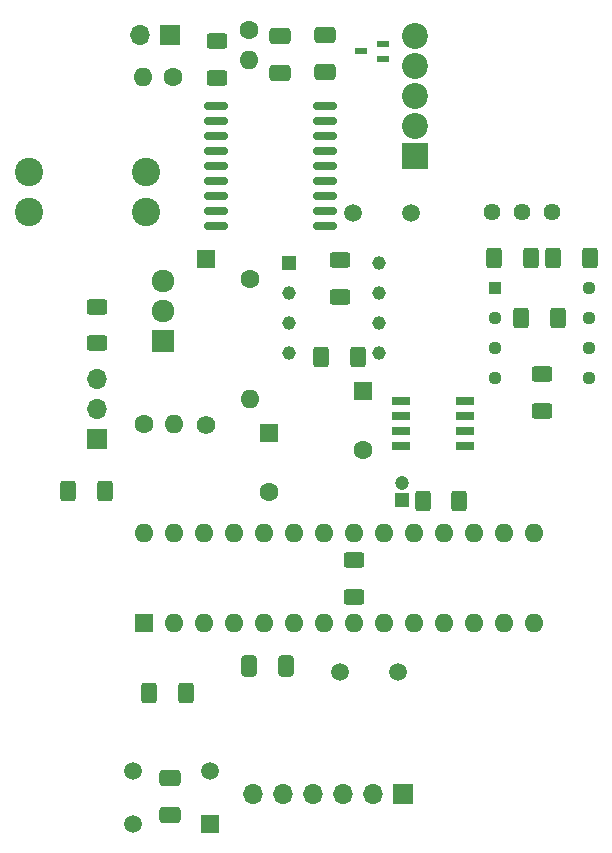
<source format=gbr>
%TF.GenerationSoftware,KiCad,Pcbnew,8.0.1-rc1*%
%TF.CreationDate,2024-06-23T11:02:47-07:00*%
%TF.ProjectId,AMS - CANBus Sensor - RPM,414d5320-2d20-4434-914e-427573205365,rev?*%
%TF.SameCoordinates,Original*%
%TF.FileFunction,Soldermask,Bot*%
%TF.FilePolarity,Negative*%
%FSLAX46Y46*%
G04 Gerber Fmt 4.6, Leading zero omitted, Abs format (unit mm)*
G04 Created by KiCad (PCBNEW 8.0.1-rc1) date 2024-06-23 11:02:47*
%MOMM*%
%LPD*%
G01*
G04 APERTURE LIST*
G04 Aperture macros list*
%AMRoundRect*
0 Rectangle with rounded corners*
0 $1 Rounding radius*
0 $2 $3 $4 $5 $6 $7 $8 $9 X,Y pos of 4 corners*
0 Add a 4 corners polygon primitive as box body*
4,1,4,$2,$3,$4,$5,$6,$7,$8,$9,$2,$3,0*
0 Add four circle primitives for the rounded corners*
1,1,$1+$1,$2,$3*
1,1,$1+$1,$4,$5*
1,1,$1+$1,$6,$7*
1,1,$1+$1,$8,$9*
0 Add four rect primitives between the rounded corners*
20,1,$1+$1,$2,$3,$4,$5,0*
20,1,$1+$1,$4,$5,$6,$7,0*
20,1,$1+$1,$6,$7,$8,$9,0*
20,1,$1+$1,$8,$9,$2,$3,0*%
G04 Aperture macros list end*
%ADD10RoundRect,0.250000X-0.400000X-0.625000X0.400000X-0.625000X0.400000X0.625000X-0.400000X0.625000X0*%
%ADD11R,2.200000X2.200000*%
%ADD12C,2.200000*%
%ADD13RoundRect,0.250000X0.625000X-0.400000X0.625000X0.400000X-0.625000X0.400000X-0.625000X-0.400000X0*%
%ADD14C,1.600000*%
%ADD15R,1.600000X1.600000*%
%ADD16R,1.200000X1.200000*%
%ADD17C,1.200000*%
%ADD18O,1.600000X1.600000*%
%ADD19RoundRect,0.250000X0.400000X0.625000X-0.400000X0.625000X-0.400000X-0.625000X0.400000X-0.625000X0*%
%ADD20R,1.160000X1.160000*%
%ADD21C,1.160000*%
%ADD22R,1.700000X1.700000*%
%ADD23O,1.700000X1.700000*%
%ADD24C,2.400000*%
%ADD25R,1.920000X1.920000*%
%ADD26C,1.920000*%
%ADD27R,1.500000X0.650000*%
%ADD28C,1.440000*%
%ADD29R,1.130000X1.130000*%
%ADD30C,1.130000*%
%ADD31C,1.500000*%
%ADD32R,1.500000X1.500000*%
%ADD33RoundRect,0.250000X-0.625000X0.400000X-0.625000X-0.400000X0.625000X-0.400000X0.625000X0.400000X0*%
%ADD34R,1.575000X1.575000*%
%ADD35C,1.575000*%
%ADD36RoundRect,0.250000X-0.650000X0.412500X-0.650000X-0.412500X0.650000X-0.412500X0.650000X0.412500X0*%
%ADD37RoundRect,0.250000X0.412500X0.650000X-0.412500X0.650000X-0.412500X-0.650000X0.412500X-0.650000X0*%
%ADD38RoundRect,0.150000X0.875000X0.150000X-0.875000X0.150000X-0.875000X-0.150000X0.875000X-0.150000X0*%
%ADD39R,1.000000X0.550000*%
G04 APERTURE END LIST*
D10*
%TO.C,C12*%
X164230800Y-93317400D03*
X167330800Y-93317400D03*
%TD*%
D11*
%TO.C,J9*%
X155246300Y-79618100D03*
D12*
X155246300Y-77078100D03*
X155246300Y-74538100D03*
X155246300Y-71998100D03*
X155246300Y-69458100D03*
%TD*%
D13*
%TO.C,C10*%
X148916600Y-91545200D03*
X148916600Y-88445200D03*
%TD*%
D10*
%TO.C,C8*%
X147290100Y-96632100D03*
X150390100Y-96632100D03*
%TD*%
D14*
%TO.C,C9*%
X150843200Y-104556400D03*
D15*
X150843200Y-99556400D03*
%TD*%
D16*
%TO.C,C13*%
X154122300Y-108777100D03*
D17*
X154122300Y-107277100D03*
%TD*%
D14*
%TO.C,R4*%
X141165400Y-68921400D03*
D18*
X141165400Y-71461400D03*
%TD*%
D14*
%TO.C,L1*%
X141253000Y-90023800D03*
D18*
X141253000Y-100183800D03*
%TD*%
D10*
%TO.C,R11*%
X155909400Y-108804300D03*
X159009400Y-108804300D03*
%TD*%
D14*
%TO.C,NTC1*%
X132332700Y-102297100D03*
D18*
X134872700Y-102297100D03*
%TD*%
D19*
%TO.C,R9*%
X165042100Y-88273600D03*
X161942100Y-88273600D03*
%TD*%
D20*
%TO.C,IC1*%
X144571900Y-88691700D03*
D21*
X144571900Y-91231700D03*
X144571900Y-93771700D03*
X144571900Y-96311700D03*
X152191900Y-96311700D03*
X152191900Y-93771700D03*
X152191900Y-91231700D03*
X152191900Y-88691700D03*
%TD*%
D14*
%TO.C,R6*%
X134731500Y-72933100D03*
D18*
X132191500Y-72933100D03*
%TD*%
D22*
%TO.C,Powerboard1*%
X128349100Y-103565100D03*
D23*
X128349100Y-101025100D03*
X128349100Y-98485100D03*
%TD*%
D22*
%TO.C,J4*%
X134544600Y-69362300D03*
D23*
X132004600Y-69362300D03*
%TD*%
D24*
%TO.C,U2*%
X122551000Y-84380500D03*
X122551000Y-80980500D03*
X132471000Y-84380500D03*
X132471000Y-80980500D03*
%TD*%
D25*
%TO.C,Q1*%
X133881200Y-95296400D03*
D26*
X133881200Y-92756400D03*
X133881200Y-90216400D03*
%TD*%
D27*
%TO.C,IC4*%
X154067000Y-100374900D03*
X154067000Y-101644900D03*
X154067000Y-102914900D03*
X154067000Y-104184900D03*
X159467000Y-104184900D03*
X159467000Y-102914900D03*
X159467000Y-101644900D03*
X159467000Y-100374900D03*
%TD*%
D28*
%TO.C,RV1*%
X161784400Y-84400700D03*
X164324400Y-84400700D03*
X166864400Y-84400700D03*
%TD*%
D15*
%TO.C,C11*%
X142908700Y-103082900D03*
D14*
X142908700Y-108082900D03*
%TD*%
D22*
%TO.C,J2*%
X154230000Y-133648600D03*
D23*
X151690000Y-133648600D03*
X149150000Y-133648600D03*
X146610000Y-133648600D03*
X144070000Y-133648600D03*
X141530000Y-133648600D03*
%TD*%
D29*
%TO.C,IC2*%
X162007700Y-90765900D03*
D30*
X162007700Y-93305900D03*
X162007700Y-95845900D03*
X162007700Y-98385900D03*
X169947700Y-98385900D03*
X169947700Y-95845900D03*
X169947700Y-93305900D03*
X169947700Y-90765900D03*
%TD*%
D19*
%TO.C,R8*%
X170076600Y-88263300D03*
X166976600Y-88263300D03*
%TD*%
D31*
%TO.C,Y2*%
X150037500Y-84434600D03*
X154917500Y-84434600D03*
%TD*%
D32*
%TO.C,Reset1*%
X137890100Y-136171500D03*
D31*
X131390100Y-136171500D03*
X137890100Y-131671500D03*
X131390100Y-131671500D03*
%TD*%
%TO.C,Y1*%
X148909000Y-123284400D03*
X153789000Y-123284400D03*
%TD*%
D33*
%TO.C,R16*%
X165977700Y-98105900D03*
X165977700Y-101205900D03*
%TD*%
D34*
%TO.C,D2*%
X137580900Y-88313900D03*
D35*
X137580900Y-102413900D03*
%TD*%
D15*
%TO.C,U1*%
X132296200Y-119209800D03*
D18*
X134836200Y-119209800D03*
X137376200Y-119209800D03*
X139916200Y-119209800D03*
X142456200Y-119209800D03*
X144996200Y-119209800D03*
X147536200Y-119209800D03*
X150076200Y-119209800D03*
X152616200Y-119209800D03*
X155156200Y-119209800D03*
X157696200Y-119209800D03*
X160236200Y-119209800D03*
X162776200Y-119209800D03*
X165316200Y-119209800D03*
X165316200Y-111589800D03*
X162776200Y-111589800D03*
X160236200Y-111589800D03*
X157696200Y-111589800D03*
X155156200Y-111589800D03*
X152616200Y-111589800D03*
X150076200Y-111589800D03*
X147536200Y-111589800D03*
X144996200Y-111589800D03*
X142456200Y-111589800D03*
X139916200Y-111589800D03*
X137376200Y-111589800D03*
X134836200Y-111589800D03*
X132296200Y-111589800D03*
%TD*%
D36*
%TO.C,C3*%
X134500000Y-132278500D03*
X134500000Y-135403500D03*
%TD*%
D37*
%TO.C,C2*%
X144303300Y-122841300D03*
X141178300Y-122841300D03*
%TD*%
D38*
%TO.C,U4*%
X147668200Y-75422700D03*
X147668200Y-76692700D03*
X147668200Y-77962700D03*
X147668200Y-79232700D03*
X147668200Y-80502700D03*
X147668200Y-81772700D03*
X147668200Y-83042700D03*
X147668200Y-84312700D03*
X147668200Y-85582700D03*
X138368200Y-85582700D03*
X138368200Y-84312700D03*
X138368200Y-83042700D03*
X138368200Y-81772700D03*
X138368200Y-80502700D03*
X138368200Y-79232700D03*
X138368200Y-77962700D03*
X138368200Y-76692700D03*
X138368200Y-75422700D03*
%TD*%
D19*
%TO.C,R1*%
X135824100Y-125096000D03*
X132724100Y-125096000D03*
%TD*%
%TO.C,R7*%
X129011100Y-108001700D03*
X125911100Y-108001700D03*
%TD*%
D36*
%TO.C,C4*%
X143852200Y-69487000D03*
X143852200Y-72612000D03*
%TD*%
D13*
%TO.C,R5*%
X138458500Y-72988500D03*
X138458500Y-69888500D03*
%TD*%
D33*
%TO.C,R3*%
X150123600Y-113846200D03*
X150123600Y-116946200D03*
%TD*%
%TO.C,R2*%
X128322200Y-92401100D03*
X128322200Y-95501100D03*
%TD*%
D36*
%TO.C,C5*%
X147599200Y-69413100D03*
X147599200Y-72538100D03*
%TD*%
D39*
%TO.C,D1*%
X152584000Y-70128100D03*
X152584000Y-71428100D03*
X150684000Y-70778100D03*
%TD*%
M02*

</source>
